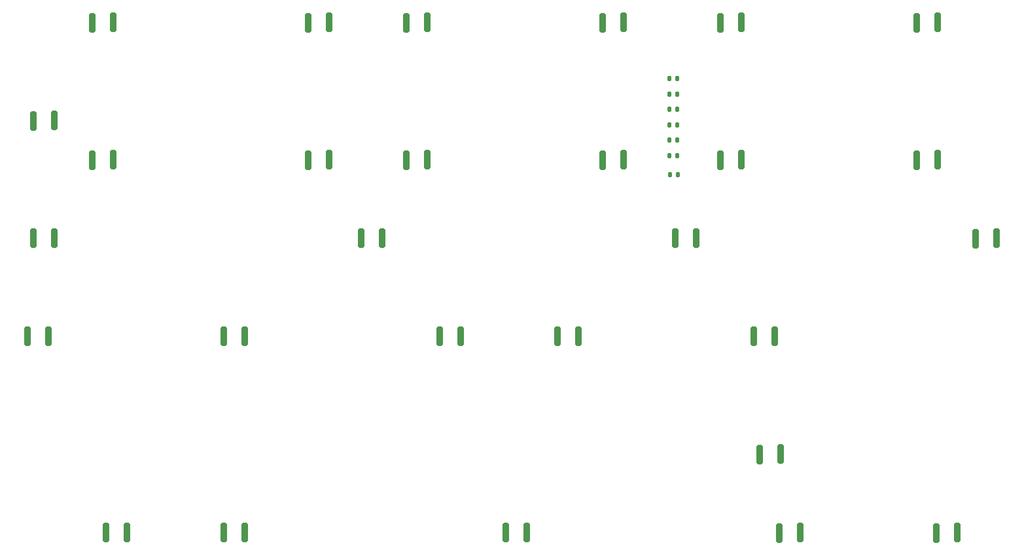
<source format=gbr>
%TF.GenerationSoftware,KiCad,Pcbnew,7.0.9*%
%TF.CreationDate,2024-04-07T12:25:56+10:00*%
%TF.ProjectId,INT-LT-F18,494e542d-4c54-42d4-9631-382e6b696361,rev?*%
%TF.SameCoordinates,Original*%
%TF.FileFunction,Paste,Top*%
%TF.FilePolarity,Positive*%
%FSLAX46Y46*%
G04 Gerber Fmt 4.6, Leading zero omitted, Abs format (unit mm)*
G04 Created by KiCad (PCBNEW 7.0.9) date 2024-04-07 12:25:56*
%MOMM*%
%LPD*%
G01*
G04 APERTURE LIST*
G04 Aperture macros list*
%AMRoundRect*
0 Rectangle with rounded corners*
0 $1 Rounding radius*
0 $2 $3 $4 $5 $6 $7 $8 $9 X,Y pos of 4 corners*
0 Add a 4 corners polygon primitive as box body*
4,1,4,$2,$3,$4,$5,$6,$7,$8,$9,$2,$3,0*
0 Add four circle primitives for the rounded corners*
1,1,$1+$1,$2,$3*
1,1,$1+$1,$4,$5*
1,1,$1+$1,$6,$7*
1,1,$1+$1,$8,$9*
0 Add four rect primitives between the rounded corners*
20,1,$1+$1,$2,$3,$4,$5,0*
20,1,$1+$1,$4,$5,$6,$7,0*
20,1,$1+$1,$6,$7,$8,$9,0*
20,1,$1+$1,$8,$9,$2,$3,0*%
G04 Aperture macros list end*
%ADD10RoundRect,0.135000X-0.135000X-0.185000X0.135000X-0.185000X0.135000X0.185000X-0.135000X0.185000X0*%
%ADD11RoundRect,0.202500X-0.202500X-1.032500X0.202500X-1.032500X0.202500X1.032500X-0.202500X1.032500X0*%
G04 APERTURE END LIST*
D10*
%TO.C,R1*%
X153269900Y-58050800D03*
X154289900Y-58050800D03*
%TD*%
D11*
%TO.C,D22*%
X164162500Y-91440000D03*
X166862000Y-91384000D03*
%TD*%
%TO.C,D17*%
X192880500Y-78796000D03*
X195580000Y-78740000D03*
%TD*%
%TO.C,D3*%
X119220500Y-50856000D03*
X121920000Y-50800000D03*
%TD*%
D10*
%TO.C,R6*%
X153269900Y-68000800D03*
X154289900Y-68000800D03*
%TD*%
D11*
%TO.C,D10*%
X119220500Y-68636000D03*
X121920000Y-68580000D03*
%TD*%
%TO.C,D26*%
X167480500Y-116896000D03*
X170180000Y-116840000D03*
%TD*%
%TO.C,D5*%
X159860500Y-50856000D03*
X162560000Y-50800000D03*
%TD*%
%TO.C,D7*%
X70960500Y-63556000D03*
X73660000Y-63500000D03*
%TD*%
%TO.C,D1*%
X78580500Y-50856000D03*
X81280000Y-50800000D03*
%TD*%
%TO.C,D13*%
X185260500Y-68636000D03*
X187960000Y-68580000D03*
%TD*%
D10*
%TO.C,R4*%
X153269900Y-64020800D03*
X154289900Y-64020800D03*
%TD*%
%TO.C,R7*%
X153305100Y-70452700D03*
X154325100Y-70452700D03*
%TD*%
D11*
%TO.C,D27*%
X187800500Y-116896000D03*
X190500000Y-116840000D03*
%TD*%
%TO.C,D24*%
X95582500Y-116840000D03*
X98282000Y-116784000D03*
%TD*%
%TO.C,D9*%
X106520500Y-68636000D03*
X109220000Y-68580000D03*
%TD*%
D10*
%TO.C,R5*%
X153269900Y-66010800D03*
X154289900Y-66010800D03*
%TD*%
D11*
%TO.C,D15*%
X113362500Y-78740000D03*
X116062000Y-78684000D03*
%TD*%
%TO.C,D2*%
X106520500Y-50856000D03*
X109220000Y-50800000D03*
%TD*%
%TO.C,D25*%
X132080000Y-116840000D03*
X134779500Y-116784000D03*
%TD*%
%TO.C,D11*%
X144620500Y-68636000D03*
X147320000Y-68580000D03*
%TD*%
%TO.C,D4*%
X144620500Y-50856000D03*
X147320000Y-50800000D03*
%TD*%
%TO.C,D18*%
X70182500Y-91440000D03*
X72882000Y-91384000D03*
%TD*%
%TO.C,D28*%
X164940500Y-106736000D03*
X167640000Y-106680000D03*
%TD*%
D10*
%TO.C,R2*%
X153269900Y-60040800D03*
X154289900Y-60040800D03*
%TD*%
D11*
%TO.C,D21*%
X138762500Y-91440000D03*
X141462000Y-91384000D03*
%TD*%
%TO.C,D14*%
X70960500Y-78740000D03*
X73660000Y-78684000D03*
%TD*%
%TO.C,D12*%
X159860500Y-68636000D03*
X162560000Y-68580000D03*
%TD*%
%TO.C,D16*%
X154002500Y-78740000D03*
X156702000Y-78684000D03*
%TD*%
%TO.C,D23*%
X80342500Y-116840000D03*
X83042000Y-116784000D03*
%TD*%
%TO.C,D19*%
X95582500Y-91440000D03*
X98282000Y-91384000D03*
%TD*%
%TO.C,D20*%
X123522500Y-91440000D03*
X126222000Y-91384000D03*
%TD*%
%TO.C,D6*%
X185260500Y-50856000D03*
X187960000Y-50800000D03*
%TD*%
%TO.C,D8*%
X78580500Y-68636000D03*
X81280000Y-68580000D03*
%TD*%
D10*
%TO.C,R3*%
X153269900Y-62030800D03*
X154289900Y-62030800D03*
%TD*%
M02*

</source>
